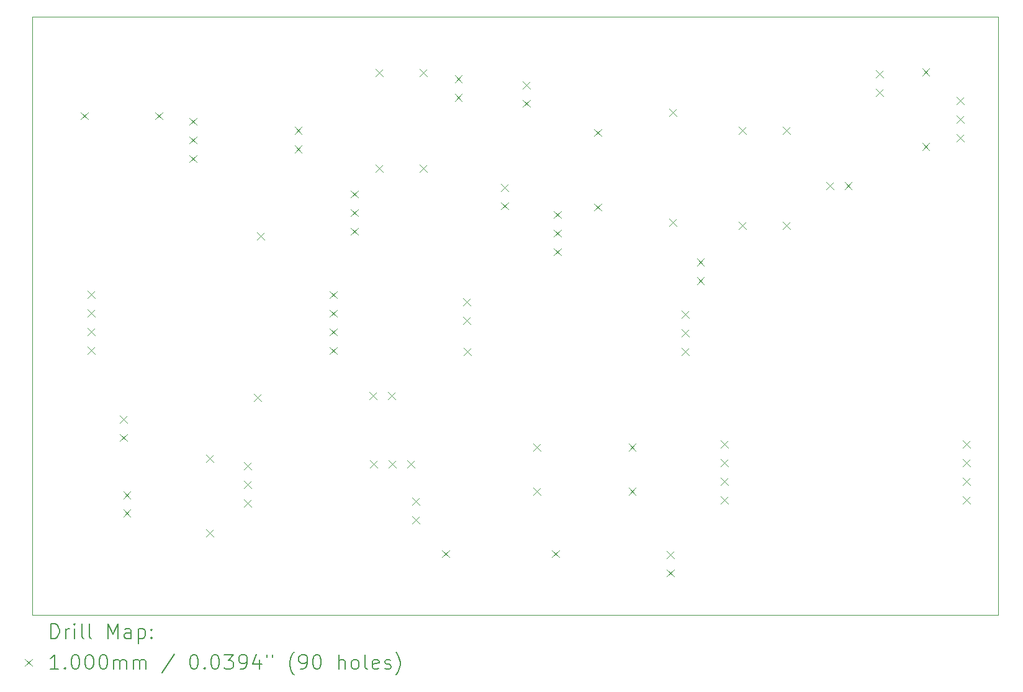
<source format=gbr>
%TF.GenerationSoftware,KiCad,Pcbnew,(6.0.7)*%
%TF.CreationDate,2023-02-10T17:21:05-05:00*%
%TF.ProjectId,Phoenix612_MultiStage_PA_Testing_v3,50686f65-6e69-4783-9631-325f4d756c74,rev?*%
%TF.SameCoordinates,Original*%
%TF.FileFunction,Drillmap*%
%TF.FilePolarity,Positive*%
%FSLAX45Y45*%
G04 Gerber Fmt 4.5, Leading zero omitted, Abs format (unit mm)*
G04 Created by KiCad (PCBNEW (6.0.7)) date 2023-02-10 17:21:05*
%MOMM*%
%LPD*%
G01*
G04 APERTURE LIST*
%ADD10C,0.100000*%
%ADD11C,0.200000*%
G04 APERTURE END LIST*
D10*
X15557500Y-9733585D02*
X2381250Y-9733585D01*
X2381250Y-9733585D02*
X2381250Y-1573835D01*
X2381250Y-1573835D02*
X15557500Y-1573835D01*
X15557500Y-1573835D02*
X15557500Y-9733585D01*
D11*
D10*
X3042450Y-2876385D02*
X3142450Y-2976385D01*
X3142450Y-2876385D02*
X3042450Y-2976385D01*
X3131350Y-5310185D02*
X3231350Y-5410185D01*
X3231350Y-5310185D02*
X3131350Y-5410185D01*
X3131350Y-5564185D02*
X3231350Y-5664185D01*
X3231350Y-5564185D02*
X3131350Y-5664185D01*
X3131350Y-5818185D02*
X3231350Y-5918185D01*
X3231350Y-5818185D02*
X3131350Y-5918185D01*
X3131350Y-6072185D02*
X3231350Y-6172185D01*
X3231350Y-6072185D02*
X3131350Y-6172185D01*
X3575850Y-7012850D02*
X3675850Y-7112850D01*
X3675850Y-7012850D02*
X3575850Y-7112850D01*
X3575850Y-7262850D02*
X3675850Y-7362850D01*
X3675850Y-7262850D02*
X3575850Y-7362850D01*
X3620300Y-8042935D02*
X3720300Y-8142935D01*
X3720300Y-8042935D02*
X3620300Y-8142935D01*
X3620300Y-8292935D02*
X3720300Y-8392935D01*
X3720300Y-8292935D02*
X3620300Y-8392935D01*
X4058450Y-2876385D02*
X4158450Y-2976385D01*
X4158450Y-2876385D02*
X4058450Y-2976385D01*
X4522000Y-2953585D02*
X4622000Y-3053585D01*
X4622000Y-2953585D02*
X4522000Y-3053585D01*
X4522000Y-3207585D02*
X4622000Y-3307585D01*
X4622000Y-3207585D02*
X4522000Y-3307585D01*
X4522000Y-3461585D02*
X4622000Y-3561585D01*
X4622000Y-3461585D02*
X4522000Y-3561585D01*
X4750600Y-7548600D02*
X4850600Y-7648600D01*
X4850600Y-7548600D02*
X4750600Y-7648600D01*
X4750600Y-8564600D02*
X4850600Y-8664600D01*
X4850600Y-8564600D02*
X4750600Y-8664600D01*
X5264950Y-7650200D02*
X5364950Y-7750200D01*
X5364950Y-7650200D02*
X5264950Y-7750200D01*
X5264950Y-7904200D02*
X5364950Y-8004200D01*
X5364950Y-7904200D02*
X5264950Y-8004200D01*
X5264950Y-8158200D02*
X5364950Y-8258200D01*
X5364950Y-8158200D02*
X5264950Y-8258200D01*
X5404650Y-6719100D02*
X5504650Y-6819100D01*
X5504650Y-6719100D02*
X5404650Y-6819100D01*
X5442750Y-4515650D02*
X5542750Y-4615650D01*
X5542750Y-4515650D02*
X5442750Y-4615650D01*
X5957100Y-3077235D02*
X6057100Y-3177235D01*
X6057100Y-3077235D02*
X5957100Y-3177235D01*
X5957100Y-3327235D02*
X6057100Y-3427235D01*
X6057100Y-3327235D02*
X5957100Y-3427235D01*
X6433350Y-5314785D02*
X6533350Y-5414785D01*
X6533350Y-5314785D02*
X6433350Y-5414785D01*
X6433350Y-5568785D02*
X6533350Y-5668785D01*
X6533350Y-5568785D02*
X6433350Y-5668785D01*
X6433350Y-5822785D02*
X6533350Y-5922785D01*
X6533350Y-5822785D02*
X6433350Y-5922785D01*
X6433350Y-6076785D02*
X6533350Y-6176785D01*
X6533350Y-6076785D02*
X6433350Y-6176785D01*
X6721200Y-3943185D02*
X6821200Y-4043185D01*
X6821200Y-3943185D02*
X6721200Y-4043185D01*
X6721200Y-4197185D02*
X6821200Y-4297185D01*
X6821200Y-4197185D02*
X6721200Y-4297185D01*
X6721200Y-4451185D02*
X6821200Y-4551185D01*
X6821200Y-4451185D02*
X6721200Y-4551185D01*
X6979450Y-6693700D02*
X7079450Y-6793700D01*
X7079450Y-6693700D02*
X6979450Y-6793700D01*
X6985800Y-7625435D02*
X7085800Y-7725435D01*
X7085800Y-7625435D02*
X6985800Y-7725435D01*
X7060450Y-2289885D02*
X7160450Y-2389885D01*
X7160450Y-2289885D02*
X7060450Y-2389885D01*
X7060450Y-3589885D02*
X7160450Y-3689885D01*
X7160450Y-3589885D02*
X7060450Y-3689885D01*
X7233450Y-6693700D02*
X7333450Y-6793700D01*
X7333450Y-6693700D02*
X7233450Y-6793700D01*
X7239800Y-7625435D02*
X7339800Y-7725435D01*
X7339800Y-7625435D02*
X7239800Y-7725435D01*
X7493800Y-7625435D02*
X7593800Y-7725435D01*
X7593800Y-7625435D02*
X7493800Y-7725435D01*
X7563650Y-8133300D02*
X7663650Y-8233300D01*
X7663650Y-8133300D02*
X7563650Y-8233300D01*
X7563650Y-8387300D02*
X7663650Y-8487300D01*
X7663650Y-8387300D02*
X7563650Y-8487300D01*
X7660450Y-2289885D02*
X7760450Y-2389885D01*
X7760450Y-2289885D02*
X7660450Y-2389885D01*
X7660450Y-3589885D02*
X7760450Y-3689885D01*
X7760450Y-3589885D02*
X7660450Y-3689885D01*
X7969350Y-8845385D02*
X8069350Y-8945385D01*
X8069350Y-8845385D02*
X7969350Y-8945385D01*
X8141500Y-2375235D02*
X8241500Y-2475235D01*
X8241500Y-2375235D02*
X8141500Y-2475235D01*
X8141500Y-2629235D02*
X8241500Y-2729235D01*
X8241500Y-2629235D02*
X8141500Y-2729235D01*
X8255800Y-5409535D02*
X8355800Y-5509535D01*
X8355800Y-5409535D02*
X8255800Y-5509535D01*
X8255800Y-5663535D02*
X8355800Y-5763535D01*
X8355800Y-5663535D02*
X8255800Y-5763535D01*
X8262150Y-6090450D02*
X8362150Y-6190450D01*
X8362150Y-6090450D02*
X8262150Y-6190450D01*
X8770150Y-3854285D02*
X8870150Y-3954285D01*
X8870150Y-3854285D02*
X8770150Y-3954285D01*
X8770150Y-4104285D02*
X8870150Y-4204285D01*
X8870150Y-4104285D02*
X8770150Y-4204285D01*
X9068600Y-2458389D02*
X9168600Y-2558389D01*
X9168600Y-2458389D02*
X9068600Y-2558389D01*
X9068600Y-2708389D02*
X9168600Y-2808389D01*
X9168600Y-2708389D02*
X9068600Y-2808389D01*
X9212350Y-7397000D02*
X9312350Y-7497000D01*
X9312350Y-7397000D02*
X9212350Y-7497000D01*
X9212350Y-7997000D02*
X9312350Y-8097000D01*
X9312350Y-7997000D02*
X9212350Y-8097000D01*
X9469350Y-8845385D02*
X9569350Y-8945385D01*
X9569350Y-8845385D02*
X9469350Y-8945385D01*
X9494050Y-4223585D02*
X9594050Y-4323585D01*
X9594050Y-4223585D02*
X9494050Y-4323585D01*
X9494050Y-4477585D02*
X9594050Y-4577585D01*
X9594050Y-4477585D02*
X9494050Y-4577585D01*
X9494050Y-4731585D02*
X9594050Y-4831585D01*
X9594050Y-4731585D02*
X9494050Y-4831585D01*
X10040150Y-3104985D02*
X10140150Y-3204985D01*
X10140150Y-3104985D02*
X10040150Y-3204985D01*
X10040150Y-4120985D02*
X10140150Y-4220985D01*
X10140150Y-4120985D02*
X10040150Y-4220985D01*
X10512350Y-7397000D02*
X10612350Y-7497000D01*
X10612350Y-7397000D02*
X10512350Y-7497000D01*
X10512350Y-7997000D02*
X10612350Y-8097000D01*
X10612350Y-7997000D02*
X10512350Y-8097000D01*
X11030750Y-8858085D02*
X11130750Y-8958085D01*
X11130750Y-8858085D02*
X11030750Y-8958085D01*
X11030750Y-9108085D02*
X11130750Y-9208085D01*
X11130750Y-9108085D02*
X11030750Y-9208085D01*
X11068850Y-2831235D02*
X11168850Y-2931235D01*
X11168850Y-2831235D02*
X11068850Y-2931235D01*
X11068850Y-4331235D02*
X11168850Y-4431235D01*
X11168850Y-4331235D02*
X11068850Y-4431235D01*
X11236050Y-5581485D02*
X11336050Y-5681485D01*
X11336050Y-5581485D02*
X11236050Y-5681485D01*
X11236050Y-5835485D02*
X11336050Y-5935485D01*
X11336050Y-5835485D02*
X11236050Y-5935485D01*
X11236050Y-6089485D02*
X11336050Y-6189485D01*
X11336050Y-6089485D02*
X11236050Y-6189485D01*
X11443500Y-4869785D02*
X11543500Y-4969785D01*
X11543500Y-4869785D02*
X11443500Y-4969785D01*
X11443500Y-5123785D02*
X11543500Y-5223785D01*
X11543500Y-5123785D02*
X11443500Y-5223785D01*
X11767350Y-7348535D02*
X11867350Y-7448535D01*
X11867350Y-7348535D02*
X11767350Y-7448535D01*
X11767350Y-7602535D02*
X11867350Y-7702535D01*
X11867350Y-7602535D02*
X11767350Y-7702535D01*
X11767350Y-7856535D02*
X11867350Y-7956535D01*
X11867350Y-7856535D02*
X11767350Y-7956535D01*
X11767350Y-8110535D02*
X11867350Y-8210535D01*
X11867350Y-8110535D02*
X11767350Y-8210535D01*
X12015000Y-3073235D02*
X12115000Y-3173235D01*
X12115000Y-3073235D02*
X12015000Y-3173235D01*
X12015000Y-4373235D02*
X12115000Y-4473235D01*
X12115000Y-4373235D02*
X12015000Y-4473235D01*
X12615000Y-3073235D02*
X12715000Y-3173235D01*
X12715000Y-3073235D02*
X12615000Y-3173235D01*
X12615000Y-4373235D02*
X12715000Y-4473235D01*
X12715000Y-4373235D02*
X12615000Y-4473235D01*
X13208800Y-3828885D02*
X13308800Y-3928885D01*
X13308800Y-3828885D02*
X13208800Y-3928885D01*
X13458800Y-3828885D02*
X13558800Y-3928885D01*
X13558800Y-3828885D02*
X13458800Y-3928885D01*
X13888250Y-2305085D02*
X13988250Y-2405085D01*
X13988250Y-2305085D02*
X13888250Y-2405085D01*
X13888250Y-2559085D02*
X13988250Y-2659085D01*
X13988250Y-2559085D02*
X13888250Y-2659085D01*
X14516900Y-2279685D02*
X14616900Y-2379685D01*
X14616900Y-2279685D02*
X14516900Y-2379685D01*
X14516900Y-3295685D02*
X14616900Y-3395685D01*
X14616900Y-3295685D02*
X14516900Y-3395685D01*
X14986800Y-2668535D02*
X15086800Y-2768535D01*
X15086800Y-2668535D02*
X14986800Y-2768535D01*
X14986800Y-2922535D02*
X15086800Y-3022535D01*
X15086800Y-2922535D02*
X14986800Y-3022535D01*
X14986800Y-3176535D02*
X15086800Y-3276535D01*
X15086800Y-3176535D02*
X14986800Y-3276535D01*
X15069350Y-7353135D02*
X15169350Y-7453135D01*
X15169350Y-7353135D02*
X15069350Y-7453135D01*
X15069350Y-7607135D02*
X15169350Y-7707135D01*
X15169350Y-7607135D02*
X15069350Y-7707135D01*
X15069350Y-7861135D02*
X15169350Y-7961135D01*
X15169350Y-7861135D02*
X15069350Y-7961135D01*
X15069350Y-8115135D02*
X15169350Y-8215135D01*
X15169350Y-8115135D02*
X15069350Y-8215135D01*
D11*
X2633869Y-10049061D02*
X2633869Y-9849061D01*
X2681488Y-9849061D01*
X2710060Y-9858585D01*
X2729107Y-9877633D01*
X2738631Y-9896680D01*
X2748155Y-9934775D01*
X2748155Y-9963347D01*
X2738631Y-10001442D01*
X2729107Y-10020490D01*
X2710060Y-10039537D01*
X2681488Y-10049061D01*
X2633869Y-10049061D01*
X2833869Y-10049061D02*
X2833869Y-9915728D01*
X2833869Y-9953823D02*
X2843393Y-9934775D01*
X2852917Y-9925252D01*
X2871964Y-9915728D01*
X2891012Y-9915728D01*
X2957678Y-10049061D02*
X2957678Y-9915728D01*
X2957678Y-9849061D02*
X2948155Y-9858585D01*
X2957678Y-9868109D01*
X2967202Y-9858585D01*
X2957678Y-9849061D01*
X2957678Y-9868109D01*
X3081488Y-10049061D02*
X3062440Y-10039537D01*
X3052917Y-10020490D01*
X3052917Y-9849061D01*
X3186250Y-10049061D02*
X3167202Y-10039537D01*
X3157678Y-10020490D01*
X3157678Y-9849061D01*
X3414821Y-10049061D02*
X3414821Y-9849061D01*
X3481488Y-9991918D01*
X3548155Y-9849061D01*
X3548155Y-10049061D01*
X3729107Y-10049061D02*
X3729107Y-9944299D01*
X3719583Y-9925252D01*
X3700536Y-9915728D01*
X3662440Y-9915728D01*
X3643393Y-9925252D01*
X3729107Y-10039537D02*
X3710059Y-10049061D01*
X3662440Y-10049061D01*
X3643393Y-10039537D01*
X3633869Y-10020490D01*
X3633869Y-10001442D01*
X3643393Y-9982394D01*
X3662440Y-9972871D01*
X3710059Y-9972871D01*
X3729107Y-9963347D01*
X3824345Y-9915728D02*
X3824345Y-10115728D01*
X3824345Y-9925252D02*
X3843393Y-9915728D01*
X3881488Y-9915728D01*
X3900536Y-9925252D01*
X3910059Y-9934775D01*
X3919583Y-9953823D01*
X3919583Y-10010966D01*
X3910059Y-10030013D01*
X3900536Y-10039537D01*
X3881488Y-10049061D01*
X3843393Y-10049061D01*
X3824345Y-10039537D01*
X4005298Y-10030013D02*
X4014821Y-10039537D01*
X4005298Y-10049061D01*
X3995774Y-10039537D01*
X4005298Y-10030013D01*
X4005298Y-10049061D01*
X4005298Y-9925252D02*
X4014821Y-9934775D01*
X4005298Y-9944299D01*
X3995774Y-9934775D01*
X4005298Y-9925252D01*
X4005298Y-9944299D01*
D10*
X2276250Y-10328585D02*
X2376250Y-10428585D01*
X2376250Y-10328585D02*
X2276250Y-10428585D01*
D11*
X2738631Y-10469061D02*
X2624345Y-10469061D01*
X2681488Y-10469061D02*
X2681488Y-10269061D01*
X2662440Y-10297633D01*
X2643393Y-10316680D01*
X2624345Y-10326204D01*
X2824345Y-10450013D02*
X2833869Y-10459537D01*
X2824345Y-10469061D01*
X2814821Y-10459537D01*
X2824345Y-10450013D01*
X2824345Y-10469061D01*
X2957678Y-10269061D02*
X2976726Y-10269061D01*
X2995774Y-10278585D01*
X3005298Y-10288109D01*
X3014821Y-10307156D01*
X3024345Y-10345252D01*
X3024345Y-10392871D01*
X3014821Y-10430966D01*
X3005298Y-10450013D01*
X2995774Y-10459537D01*
X2976726Y-10469061D01*
X2957678Y-10469061D01*
X2938631Y-10459537D01*
X2929107Y-10450013D01*
X2919583Y-10430966D01*
X2910059Y-10392871D01*
X2910059Y-10345252D01*
X2919583Y-10307156D01*
X2929107Y-10288109D01*
X2938631Y-10278585D01*
X2957678Y-10269061D01*
X3148155Y-10269061D02*
X3167202Y-10269061D01*
X3186250Y-10278585D01*
X3195774Y-10288109D01*
X3205298Y-10307156D01*
X3214821Y-10345252D01*
X3214821Y-10392871D01*
X3205298Y-10430966D01*
X3195774Y-10450013D01*
X3186250Y-10459537D01*
X3167202Y-10469061D01*
X3148155Y-10469061D01*
X3129107Y-10459537D01*
X3119583Y-10450013D01*
X3110059Y-10430966D01*
X3100536Y-10392871D01*
X3100536Y-10345252D01*
X3110059Y-10307156D01*
X3119583Y-10288109D01*
X3129107Y-10278585D01*
X3148155Y-10269061D01*
X3338631Y-10269061D02*
X3357678Y-10269061D01*
X3376726Y-10278585D01*
X3386250Y-10288109D01*
X3395774Y-10307156D01*
X3405298Y-10345252D01*
X3405298Y-10392871D01*
X3395774Y-10430966D01*
X3386250Y-10450013D01*
X3376726Y-10459537D01*
X3357678Y-10469061D01*
X3338631Y-10469061D01*
X3319583Y-10459537D01*
X3310059Y-10450013D01*
X3300536Y-10430966D01*
X3291012Y-10392871D01*
X3291012Y-10345252D01*
X3300536Y-10307156D01*
X3310059Y-10288109D01*
X3319583Y-10278585D01*
X3338631Y-10269061D01*
X3491012Y-10469061D02*
X3491012Y-10335728D01*
X3491012Y-10354775D02*
X3500536Y-10345252D01*
X3519583Y-10335728D01*
X3548155Y-10335728D01*
X3567202Y-10345252D01*
X3576726Y-10364299D01*
X3576726Y-10469061D01*
X3576726Y-10364299D02*
X3586250Y-10345252D01*
X3605298Y-10335728D01*
X3633869Y-10335728D01*
X3652917Y-10345252D01*
X3662440Y-10364299D01*
X3662440Y-10469061D01*
X3757678Y-10469061D02*
X3757678Y-10335728D01*
X3757678Y-10354775D02*
X3767202Y-10345252D01*
X3786250Y-10335728D01*
X3814821Y-10335728D01*
X3833869Y-10345252D01*
X3843393Y-10364299D01*
X3843393Y-10469061D01*
X3843393Y-10364299D02*
X3852917Y-10345252D01*
X3871964Y-10335728D01*
X3900536Y-10335728D01*
X3919583Y-10345252D01*
X3929107Y-10364299D01*
X3929107Y-10469061D01*
X4319583Y-10259537D02*
X4148155Y-10516680D01*
X4576726Y-10269061D02*
X4595774Y-10269061D01*
X4614821Y-10278585D01*
X4624345Y-10288109D01*
X4633869Y-10307156D01*
X4643393Y-10345252D01*
X4643393Y-10392871D01*
X4633869Y-10430966D01*
X4624345Y-10450013D01*
X4614821Y-10459537D01*
X4595774Y-10469061D01*
X4576726Y-10469061D01*
X4557679Y-10459537D01*
X4548155Y-10450013D01*
X4538631Y-10430966D01*
X4529107Y-10392871D01*
X4529107Y-10345252D01*
X4538631Y-10307156D01*
X4548155Y-10288109D01*
X4557679Y-10278585D01*
X4576726Y-10269061D01*
X4729107Y-10450013D02*
X4738631Y-10459537D01*
X4729107Y-10469061D01*
X4719583Y-10459537D01*
X4729107Y-10450013D01*
X4729107Y-10469061D01*
X4862440Y-10269061D02*
X4881488Y-10269061D01*
X4900536Y-10278585D01*
X4910060Y-10288109D01*
X4919583Y-10307156D01*
X4929107Y-10345252D01*
X4929107Y-10392871D01*
X4919583Y-10430966D01*
X4910060Y-10450013D01*
X4900536Y-10459537D01*
X4881488Y-10469061D01*
X4862440Y-10469061D01*
X4843393Y-10459537D01*
X4833869Y-10450013D01*
X4824345Y-10430966D01*
X4814821Y-10392871D01*
X4814821Y-10345252D01*
X4824345Y-10307156D01*
X4833869Y-10288109D01*
X4843393Y-10278585D01*
X4862440Y-10269061D01*
X4995774Y-10269061D02*
X5119583Y-10269061D01*
X5052917Y-10345252D01*
X5081488Y-10345252D01*
X5100536Y-10354775D01*
X5110060Y-10364299D01*
X5119583Y-10383347D01*
X5119583Y-10430966D01*
X5110060Y-10450013D01*
X5100536Y-10459537D01*
X5081488Y-10469061D01*
X5024345Y-10469061D01*
X5005298Y-10459537D01*
X4995774Y-10450013D01*
X5214821Y-10469061D02*
X5252917Y-10469061D01*
X5271964Y-10459537D01*
X5281488Y-10450013D01*
X5300536Y-10421442D01*
X5310060Y-10383347D01*
X5310060Y-10307156D01*
X5300536Y-10288109D01*
X5291012Y-10278585D01*
X5271964Y-10269061D01*
X5233869Y-10269061D01*
X5214821Y-10278585D01*
X5205298Y-10288109D01*
X5195774Y-10307156D01*
X5195774Y-10354775D01*
X5205298Y-10373823D01*
X5214821Y-10383347D01*
X5233869Y-10392871D01*
X5271964Y-10392871D01*
X5291012Y-10383347D01*
X5300536Y-10373823D01*
X5310060Y-10354775D01*
X5481488Y-10335728D02*
X5481488Y-10469061D01*
X5433869Y-10259537D02*
X5386250Y-10402394D01*
X5510060Y-10402394D01*
X5576726Y-10269061D02*
X5576726Y-10307156D01*
X5652917Y-10269061D02*
X5652917Y-10307156D01*
X5948155Y-10545252D02*
X5938631Y-10535728D01*
X5919583Y-10507156D01*
X5910059Y-10488109D01*
X5900536Y-10459537D01*
X5891012Y-10411918D01*
X5891012Y-10373823D01*
X5900536Y-10326204D01*
X5910059Y-10297633D01*
X5919583Y-10278585D01*
X5938631Y-10250013D01*
X5948155Y-10240490D01*
X6033869Y-10469061D02*
X6071964Y-10469061D01*
X6091012Y-10459537D01*
X6100536Y-10450013D01*
X6119583Y-10421442D01*
X6129107Y-10383347D01*
X6129107Y-10307156D01*
X6119583Y-10288109D01*
X6110059Y-10278585D01*
X6091012Y-10269061D01*
X6052917Y-10269061D01*
X6033869Y-10278585D01*
X6024345Y-10288109D01*
X6014821Y-10307156D01*
X6014821Y-10354775D01*
X6024345Y-10373823D01*
X6033869Y-10383347D01*
X6052917Y-10392871D01*
X6091012Y-10392871D01*
X6110059Y-10383347D01*
X6119583Y-10373823D01*
X6129107Y-10354775D01*
X6252917Y-10269061D02*
X6271964Y-10269061D01*
X6291012Y-10278585D01*
X6300536Y-10288109D01*
X6310059Y-10307156D01*
X6319583Y-10345252D01*
X6319583Y-10392871D01*
X6310059Y-10430966D01*
X6300536Y-10450013D01*
X6291012Y-10459537D01*
X6271964Y-10469061D01*
X6252917Y-10469061D01*
X6233869Y-10459537D01*
X6224345Y-10450013D01*
X6214821Y-10430966D01*
X6205298Y-10392871D01*
X6205298Y-10345252D01*
X6214821Y-10307156D01*
X6224345Y-10288109D01*
X6233869Y-10278585D01*
X6252917Y-10269061D01*
X6557678Y-10469061D02*
X6557678Y-10269061D01*
X6643393Y-10469061D02*
X6643393Y-10364299D01*
X6633869Y-10345252D01*
X6614821Y-10335728D01*
X6586250Y-10335728D01*
X6567202Y-10345252D01*
X6557678Y-10354775D01*
X6767202Y-10469061D02*
X6748155Y-10459537D01*
X6738631Y-10450013D01*
X6729107Y-10430966D01*
X6729107Y-10373823D01*
X6738631Y-10354775D01*
X6748155Y-10345252D01*
X6767202Y-10335728D01*
X6795774Y-10335728D01*
X6814821Y-10345252D01*
X6824345Y-10354775D01*
X6833869Y-10373823D01*
X6833869Y-10430966D01*
X6824345Y-10450013D01*
X6814821Y-10459537D01*
X6795774Y-10469061D01*
X6767202Y-10469061D01*
X6948155Y-10469061D02*
X6929107Y-10459537D01*
X6919583Y-10440490D01*
X6919583Y-10269061D01*
X7100536Y-10459537D02*
X7081488Y-10469061D01*
X7043393Y-10469061D01*
X7024345Y-10459537D01*
X7014821Y-10440490D01*
X7014821Y-10364299D01*
X7024345Y-10345252D01*
X7043393Y-10335728D01*
X7081488Y-10335728D01*
X7100536Y-10345252D01*
X7110059Y-10364299D01*
X7110059Y-10383347D01*
X7014821Y-10402394D01*
X7186250Y-10459537D02*
X7205298Y-10469061D01*
X7243393Y-10469061D01*
X7262440Y-10459537D01*
X7271964Y-10440490D01*
X7271964Y-10430966D01*
X7262440Y-10411918D01*
X7243393Y-10402394D01*
X7214821Y-10402394D01*
X7195774Y-10392871D01*
X7186250Y-10373823D01*
X7186250Y-10364299D01*
X7195774Y-10345252D01*
X7214821Y-10335728D01*
X7243393Y-10335728D01*
X7262440Y-10345252D01*
X7338631Y-10545252D02*
X7348155Y-10535728D01*
X7367202Y-10507156D01*
X7376726Y-10488109D01*
X7386250Y-10459537D01*
X7395774Y-10411918D01*
X7395774Y-10373823D01*
X7386250Y-10326204D01*
X7376726Y-10297633D01*
X7367202Y-10278585D01*
X7348155Y-10250013D01*
X7338631Y-10240490D01*
M02*

</source>
